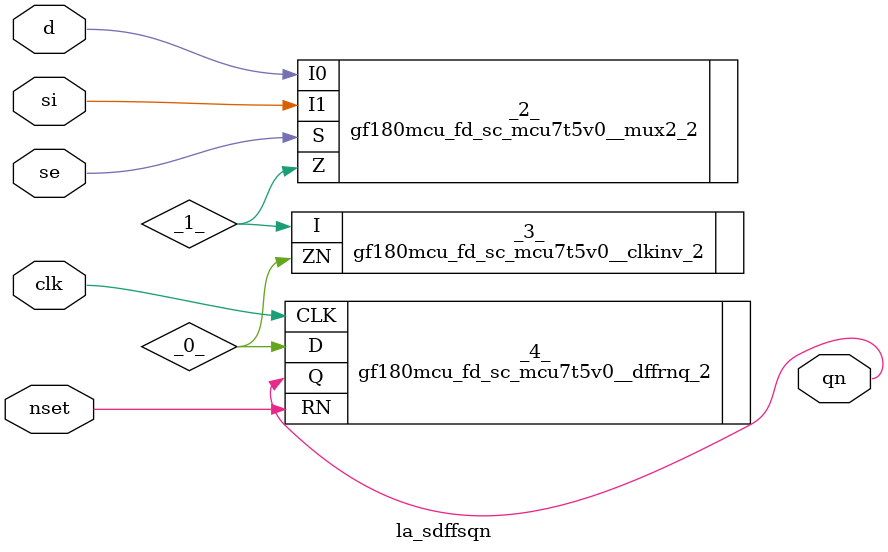
<source format=v>

/* Generated by Yosys 0.37 (git sha1 a5c7f69ed, clang 14.0.0-1ubuntu1.1 -fPIC -Os) */

module la_sdffsqn(d, si, se, clk, nset, qn);
  wire _0_;
  wire _1_;
  input clk;
  wire clk;
  input d;
  wire d;
  input nset;
  wire nset;
  output qn;
  wire qn;
  input se;
  wire se;
  input si;
  wire si;
  gf180mcu_fd_sc_mcu7t5v0__mux2_2 _2_ (
    .I0(d),
    .I1(si),
    .S(se),
    .Z(_1_)
  );
  gf180mcu_fd_sc_mcu7t5v0__clkinv_2 _3_ (
    .I(_1_),
    .ZN(_0_)
  );
  gf180mcu_fd_sc_mcu7t5v0__dffrnq_2 _4_ (
    .CLK(clk),
    .D(_0_),
    .Q(qn),
    .RN(nset)
  );
endmodule

</source>
